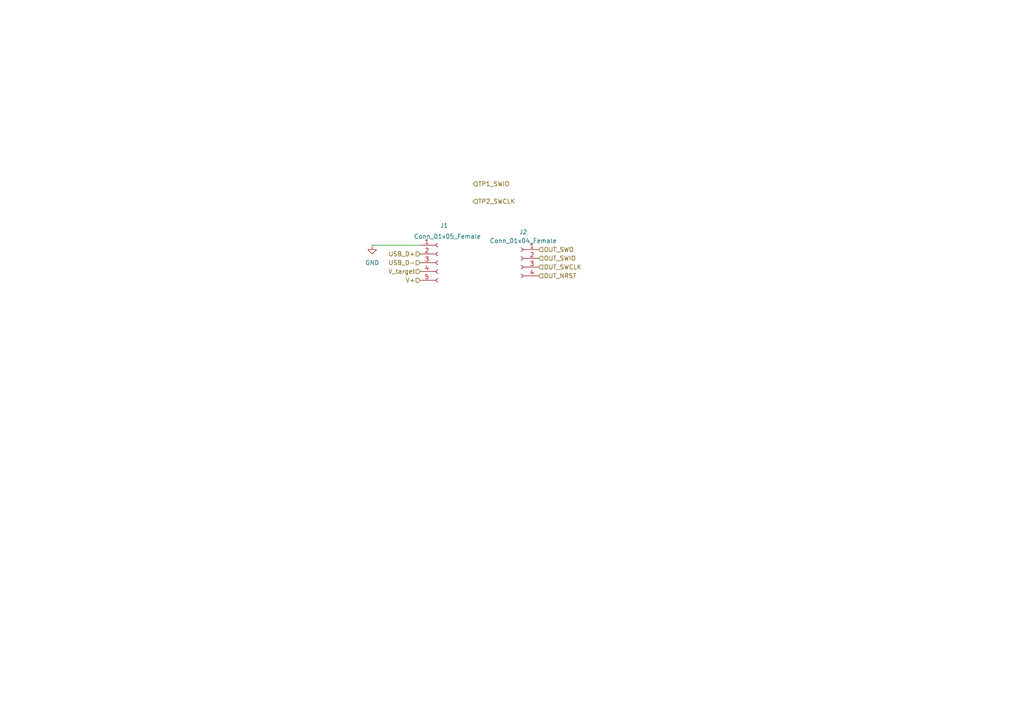
<source format=kicad_sch>
(kicad_sch (version 20231120) (generator "eeschema") (generator_version "8.0")
  (paper "A4")
  (lib_symbols
    (symbol "Connector:Conn_01x04_Female" (pin_names (offset 1.016) hide)
      (property "Reference" "J" (at 0 5.08 0))
      (property "Value" "Conn_01x04_Female" (at 0 -7.62 0))
      (symbol "Conn_01x04_Female_1_1"
        (arc (start 0 -4.572) (mid -0.5058 -5.08) (end 0 -5.588) (stroke (width 0.1524)))
        (arc (start 0 -2.032) (mid -0.5058 -2.54) (end 0 -3.048) (stroke (width 0.1524)))
        (polyline (pts (xy -1.27 -5.08) (xy -0.508 -5.08)) (stroke (width 0.1524)))
        (polyline (pts (xy -1.27 -2.54) (xy -0.508 -2.54)) (stroke (width 0.1524)))
        (polyline (pts (xy -1.27 0) (xy -0.508 0)) (stroke (width 0.1524)))
        (polyline (pts (xy -1.27 2.54) (xy -0.508 2.54)) (stroke (width 0.1524)))
        (arc (start 0 0.508) (mid -0.5058 0) (end 0 -0.508) (stroke (width 0.1524)))
        (arc (start 0 3.048) (mid -0.5058 2.54) (end 0 2.032) (stroke (width 0.1524)))
        (pin passive line (at -5.08 2.54 0) (length 3.81) (name "Pin_1") (number "1"))
        (pin passive line (at -5.08 0 0) (length 3.81) (name "Pin_2") (number "2"))
        (pin passive line (at -5.08 -2.54 0) (length 3.81) (name "Pin_3") (number "3"))
        (pin passive line (at -5.08 -5.08 0) (length 3.81) (name "Pin_4") (number "4"))
      )
    )
    (symbol "Connector:Conn_01x05_Female" (pin_names (offset 1.016) hide)
      (property "Reference" "J" (at 0 7.62 0))
      (property "Value" "Conn_01x05_Female" (at 0 -7.62 0))
      (symbol "Conn_01x05_Female_1_1"
        (arc (start 0 -4.572) (mid -0.5058 -5.08) (end 0 -5.588) (stroke (width 0.1524)))
        (arc (start 0 -2.032) (mid -0.5058 -2.54) (end 0 -3.048) (stroke (width 0.1524)))
        (polyline (pts (xy -1.27 -5.08) (xy -0.508 -5.08)) (stroke (width 0.1524)))
        (polyline (pts (xy -1.27 -2.54) (xy -0.508 -2.54)) (stroke (width 0.1524)))
        (polyline (pts (xy -1.27 0) (xy -0.508 0)) (stroke (width 0.1524)))
        (polyline (pts (xy -1.27 2.54) (xy -0.508 2.54)) (stroke (width 0.1524)))
        (polyline (pts (xy -1.27 5.08) (xy -0.508 5.08)) (stroke (width 0.1524)))
        (arc (start 0 0.508) (mid -0.5058 0) (end 0 -0.508) (stroke (width 0.1524)))
        (arc (start 0 3.048) (mid -0.5058 2.54) (end 0 2.032) (stroke (width 0.1524)))
        (arc (start 0 5.588) (mid -0.5058 5.08) (end 0 4.572) (stroke (width 0.1524)))
        (pin passive line (at -5.08 5.08 0) (length 3.81) (name "Pin_1") (number "1"))
        (pin passive line (at -5.08 2.54 0) (length 3.81) (name "Pin_2") (number "2"))
        (pin passive line (at -5.08 0 0) (length 3.81) (name "Pin_3") (number "3"))
        (pin passive line (at -5.08 -2.54 0) (length 3.81) (name "Pin_4") (number "4"))
        (pin passive line (at -5.08 -5.08 0) (length 3.81) (name "Pin_5") (number "5"))
      )
    )
    (symbol "power:GND" (power) (pin_numbers hide) (pin_names (offset 0) hide)
      (property "Value" "GND" (at 0 -3.81 0))
      (symbol "GND_0_1"
        (polyline (pts (xy 0 0) (xy 0 -1.27) (xy 1.27 -1.27) (xy 0 -2.54) (xy -1.27 -1.27) (xy 0 -1.27)))
      )
      (symbol "GND_1_1"
        (pin power_in line (at 0 0 270) (length 0) (name "~") (number "1"))
      )
    )
  )
  (wire (pts (xy 107.95 71.12) (xy 121.92 71.12)))
  (hierarchical_label "USB_D+" (shape input) (at 121.92 73.66 180))
  (hierarchical_label "V+" (shape input) (at 121.92 81.28 180))
  (hierarchical_label "V_target" (shape input) (at 121.92 78.74 180))
  (hierarchical_label "TP2_SWCLK" (shape input) (at 137.16 58.42 0))
  (hierarchical_label "OUT_SWCLK" (shape input) (at 156.21 77.47 0))
  (hierarchical_label "OUT_SWIO" (shape input) (at 156.21 74.93 0))
  (hierarchical_label "OUT_NRST" (shape input) (at 156.21 80.01 0))
  (hierarchical_label "USB_D-" (shape input) (at 121.92 76.2 180))
  (hierarchical_label "OUT_SWO" (shape input) (at 156.21 72.39 0))
  (hierarchical_label "TP1_SWIO" (shape input) (at 137.16 53.34 0))
  (symbol (lib_id "Connector:Conn_01x05_Female") (at 127 76.2 0) (unit 1)
    (property "Reference" "J1" (at 127.635 65.405 0) (effects (justify left)))
    (property "Value" "Conn_01x05_Female" (at 120.015 68.58 0) (effects (justify left)))
    (property "Footprint" "Connector_PinSocket_2.54mm:PinSocket_1x05_P2.54mm_Vertical" (effects (hide yes)))
    (property "populate" "0" (effects (hide yes)))
    (instances (project "ProvisioningJig_v3" (path "" (reference "J1") (unit 1)) (path "" (reference "J3") (unit 1))))
  )
  (symbol (lib_id "Connector:Conn_01x04_Female") (at 151.13 74.93 0) (mirror y) (unit 1)
    (property "Reference" "J2" (at 151.765 67.31 0))
    (property "Value" "Conn_01x04_Female" (at 151.765 69.85 0))
    (property "Footprint" "Connector_PinSocket_2.54mm:PinSocket_1x04_P2.54mm_Vertical" (effects (hide yes)))
    (property "populate" "0" (effects (hide yes)))
    (instances (project "ProvisioningJig_v3" (path "" (reference "J2") (unit 1)) (path "" (reference "J4") (unit 1))))
  )
  (symbol (lib_id "power:GND") (at 107.95 71.12 0) (unit 1)
    (property "Reference" "#PWR04" (effects (hide yes)))
    (property "Value" "GND" (at 107.95 76.2 0))
    (property "Description" "Power symbol creates a global label with name \"GND\" , ground" (effects (hide yes)))
    (instances (project "ProvisioningJig_v3" (path "" (reference "#PWR04") (unit 1)) (path "" (reference "#PWR02") (unit 1))))
  )
)
</source>
